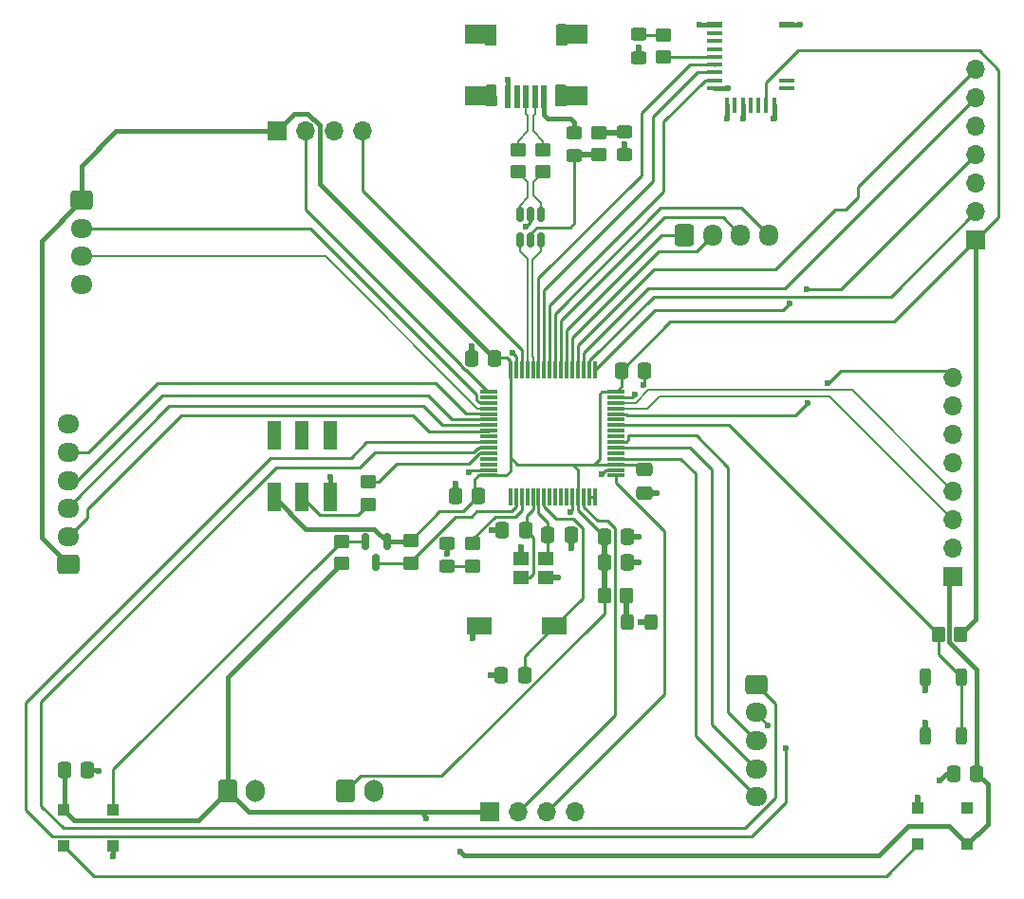
<source format=gbr>
%TF.GenerationSoftware,KiCad,Pcbnew,9.0.0*%
%TF.CreationDate,2025-05-06T13:44:15-06:00*%
%TF.ProjectId,2025_04_STM32F103_RobotBrain,32303235-5f30-4345-9f53-544d33324631,rev?*%
%TF.SameCoordinates,Original*%
%TF.FileFunction,Copper,L1,Top*%
%TF.FilePolarity,Positive*%
%FSLAX46Y46*%
G04 Gerber Fmt 4.6, Leading zero omitted, Abs format (unit mm)*
G04 Created by KiCad (PCBNEW 9.0.0) date 2025-05-06 13:44:15*
%MOMM*%
%LPD*%
G01*
G04 APERTURE LIST*
G04 Aperture macros list*
%AMRoundRect*
0 Rectangle with rounded corners*
0 $1 Rounding radius*
0 $2 $3 $4 $5 $6 $7 $8 $9 X,Y pos of 4 corners*
0 Add a 4 corners polygon primitive as box body*
4,1,4,$2,$3,$4,$5,$6,$7,$8,$9,$2,$3,0*
0 Add four circle primitives for the rounded corners*
1,1,$1+$1,$2,$3*
1,1,$1+$1,$4,$5*
1,1,$1+$1,$6,$7*
1,1,$1+$1,$8,$9*
0 Add four rect primitives between the rounded corners*
20,1,$1+$1,$2,$3,$4,$5,0*
20,1,$1+$1,$4,$5,$6,$7,0*
20,1,$1+$1,$6,$7,$8,$9,0*
20,1,$1+$1,$8,$9,$2,$3,0*%
G04 Aperture macros list end*
%TA.AperFunction,ComponentPad*%
%ADD10O,1.700000X1.700000*%
%TD*%
%TA.AperFunction,ComponentPad*%
%ADD11R,1.700000X1.700000*%
%TD*%
%TA.AperFunction,SMDPad,CuDef*%
%ADD12RoundRect,0.250000X-0.450000X0.350000X-0.450000X-0.350000X0.450000X-0.350000X0.450000X0.350000X0*%
%TD*%
%TA.AperFunction,SMDPad,CuDef*%
%ADD13RoundRect,0.075000X0.075000X-0.700000X0.075000X0.700000X-0.075000X0.700000X-0.075000X-0.700000X0*%
%TD*%
%TA.AperFunction,SMDPad,CuDef*%
%ADD14RoundRect,0.075000X0.700000X-0.075000X0.700000X0.075000X-0.700000X0.075000X-0.700000X-0.075000X0*%
%TD*%
%TA.AperFunction,SMDPad,CuDef*%
%ADD15RoundRect,0.250000X0.450000X-0.350000X0.450000X0.350000X-0.450000X0.350000X-0.450000X-0.350000X0*%
%TD*%
%TA.AperFunction,SMDPad,CuDef*%
%ADD16RoundRect,0.250000X-0.337500X-0.475000X0.337500X-0.475000X0.337500X0.475000X-0.337500X0.475000X0*%
%TD*%
%TA.AperFunction,ComponentPad*%
%ADD17RoundRect,0.250000X-0.600000X-0.750000X0.600000X-0.750000X0.600000X0.750000X-0.600000X0.750000X0*%
%TD*%
%TA.AperFunction,ComponentPad*%
%ADD18O,1.700000X2.000000*%
%TD*%
%TA.AperFunction,ComponentPad*%
%ADD19RoundRect,0.250000X-0.725000X0.600000X-0.725000X-0.600000X0.725000X-0.600000X0.725000X0.600000X0*%
%TD*%
%TA.AperFunction,ComponentPad*%
%ADD20O,1.950000X1.700000*%
%TD*%
%TA.AperFunction,SMDPad,CuDef*%
%ADD21RoundRect,0.250000X0.450000X-0.325000X0.450000X0.325000X-0.450000X0.325000X-0.450000X-0.325000X0*%
%TD*%
%TA.AperFunction,SMDPad,CuDef*%
%ADD22RoundRect,0.150000X-0.150000X0.587500X-0.150000X-0.587500X0.150000X-0.587500X0.150000X0.587500X0*%
%TD*%
%TA.AperFunction,SMDPad,CuDef*%
%ADD23RoundRect,0.250000X-0.450000X0.325000X-0.450000X-0.325000X0.450000X-0.325000X0.450000X0.325000X0*%
%TD*%
%TA.AperFunction,SMDPad,CuDef*%
%ADD24RoundRect,0.250000X-0.350000X-0.450000X0.350000X-0.450000X0.350000X0.450000X-0.350000X0.450000X0*%
%TD*%
%TA.AperFunction,SMDPad,CuDef*%
%ADD25R,1.000000X1.000000*%
%TD*%
%TA.AperFunction,SMDPad,CuDef*%
%ADD26RoundRect,0.250000X0.337500X0.475000X-0.337500X0.475000X-0.337500X-0.475000X0.337500X-0.475000X0*%
%TD*%
%TA.AperFunction,SMDPad,CuDef*%
%ADD27RoundRect,0.250000X0.350000X0.450000X-0.350000X0.450000X-0.350000X-0.450000X0.350000X-0.450000X0*%
%TD*%
%TA.AperFunction,SMDPad,CuDef*%
%ADD28R,1.400000X0.600000*%
%TD*%
%TA.AperFunction,SMDPad,CuDef*%
%ADD29R,1.400000X0.400000*%
%TD*%
%TA.AperFunction,SMDPad,CuDef*%
%ADD30R,0.400000X1.400000*%
%TD*%
%TA.AperFunction,SMDPad,CuDef*%
%ADD31RoundRect,0.250000X-0.475000X0.337500X-0.475000X-0.337500X0.475000X-0.337500X0.475000X0.337500X0*%
%TD*%
%TA.AperFunction,SMDPad,CuDef*%
%ADD32RoundRect,0.150000X-0.150000X0.512500X-0.150000X-0.512500X0.150000X-0.512500X0.150000X0.512500X0*%
%TD*%
%TA.AperFunction,ComponentPad*%
%ADD33O,1.700000X1.950000*%
%TD*%
%TA.AperFunction,ComponentPad*%
%ADD34RoundRect,0.250000X-0.600000X-0.725000X0.600000X-0.725000X0.600000X0.725000X-0.600000X0.725000X0*%
%TD*%
%TA.AperFunction,SMDPad,CuDef*%
%ADD35R,1.400000X1.200000*%
%TD*%
%TA.AperFunction,SMDPad,CuDef*%
%ADD36R,2.300000X1.500000*%
%TD*%
%TA.AperFunction,SMDPad,CuDef*%
%ADD37RoundRect,0.250000X0.325000X0.450000X-0.325000X0.450000X-0.325000X-0.450000X0.325000X-0.450000X0*%
%TD*%
%TA.AperFunction,ComponentPad*%
%ADD38RoundRect,0.250000X0.725000X-0.600000X0.725000X0.600000X-0.725000X0.600000X-0.725000X-0.600000X0*%
%TD*%
%TA.AperFunction,SMDPad,CuDef*%
%ADD39RoundRect,0.250000X-0.250000X0.525000X-0.250000X-0.525000X0.250000X-0.525000X0.250000X0.525000X0*%
%TD*%
%TA.AperFunction,SMDPad,CuDef*%
%ADD40R,1.200000X2.500000*%
%TD*%
%TA.AperFunction,SMDPad,CuDef*%
%ADD41R,0.500000X2.000000*%
%TD*%
%TA.AperFunction,SMDPad,CuDef*%
%ADD42R,2.000000X1.700000*%
%TD*%
%TA.AperFunction,ViaPad*%
%ADD43C,0.600000*%
%TD*%
%TA.AperFunction,Conductor*%
%ADD44C,0.381000*%
%TD*%
%TA.AperFunction,Conductor*%
%ADD45C,0.254000*%
%TD*%
%TA.AperFunction,Conductor*%
%ADD46C,0.200000*%
%TD*%
%TA.AperFunction,Conductor*%
%ADD47C,0.508000*%
%TD*%
G04 APERTURE END LIST*
D10*
%TO.P,J4,4,Pin_4*%
%TO.N,/SWDIO*%
X123780000Y-40040000D03*
%TO.P,J4,3,Pin_3*%
%TO.N,GND*%
X121240000Y-40040000D03*
%TO.P,J4,2,Pin_2*%
%TO.N,/SWCLK*%
X118700000Y-40040000D03*
D11*
%TO.P,J4,1,Pin_1*%
%TO.N,+3V3*%
X116160000Y-40040000D03*
%TD*%
D12*
%TO.P,R2,1*%
%TO.N,/D+*%
X137680000Y-41715000D03*
%TO.P,R2,2*%
%TO.N,/USB_CONN_D+*%
X137680000Y-43715000D03*
%TD*%
D13*
%TO.P,U1,1,VBAT*%
%TO.N,unconnected-(U1-VBAT-Pad1)*%
X136990000Y-72760000D03*
%TO.P,U1,2,PC13*%
%TO.N,/RGB_DIN*%
X137490000Y-72760000D03*
%TO.P,U1,3,PC14*%
%TO.N,/USER_LED*%
X137990000Y-72760000D03*
%TO.P,U1,4,PC15*%
%TO.N,unconnected-(U1-PC15-Pad4)*%
X138490000Y-72760000D03*
%TO.P,U1,5,RCC_OSC_IN*%
%TO.N,/OSC_IN*%
X138990000Y-72760000D03*
%TO.P,U1,6,RCC_OSC_OUT*%
%TO.N,/OSC_OUT*%
X139490000Y-72760000D03*
%TO.P,U1,7,NRST*%
%TO.N,/RESET*%
X139990000Y-72760000D03*
%TO.P,U1,8,PC0*%
%TO.N,unconnected-(U1-PC0-Pad8)*%
X140490000Y-72760000D03*
%TO.P,U1,9,PC1*%
%TO.N,unconnected-(U1-PC1-Pad9)*%
X140990000Y-72760000D03*
%TO.P,U1,10,PC2*%
%TO.N,unconnected-(U1-PC2-Pad10)*%
X141490000Y-72760000D03*
%TO.P,U1,11,PC3*%
%TO.N,unconnected-(U1-PC3-Pad11)*%
X141990000Y-72760000D03*
%TO.P,U1,12,VSSA*%
%TO.N,GND*%
X142490000Y-72760000D03*
%TO.P,U1,13,VDDA*%
%TO.N,+3V3*%
X142990000Y-72760000D03*
%TO.P,U1,14,PA0*%
%TO.N,/ULTRA_TRIG*%
X143490000Y-72760000D03*
%TO.P,U1,15,PA1*%
%TO.N,Net-(U1-PA1)*%
X143990000Y-72760000D03*
%TO.P,U1,16,PA2*%
X144490000Y-72760000D03*
D14*
%TO.P,U1,17,PA3*%
%TO.N,/ULTRA_ECHO*%
X146415000Y-70835000D03*
%TO.P,U1,18,VSS*%
%TO.N,GND*%
X146415000Y-70335000D03*
%TO.P,U1,19,VDD*%
%TO.N,+3V3*%
X146415000Y-69835000D03*
%TO.P,U1,20,PA4*%
%TO.N,/PWR_ADC*%
X146415000Y-69335000D03*
%TO.P,U1,21,PA5*%
%TO.N,unconnected-(U1-PA5-Pad21)*%
X146415000Y-68835000D03*
%TO.P,U1,22,PA6*%
%TO.N,/E1B*%
X146415000Y-68335000D03*
%TO.P,U1,23,PA7*%
%TO.N,/E1A*%
X146415000Y-67835000D03*
%TO.P,U1,24,PC4*%
%TO.N,unconnected-(U1-PC4-Pad24)*%
X146415000Y-67335000D03*
%TO.P,U1,25,PC5*%
%TO.N,unconnected-(U1-PC5-Pad25)*%
X146415000Y-66835000D03*
%TO.P,U1,26,PB0*%
%TO.N,/uBUTTON*%
X146415000Y-66335000D03*
%TO.P,U1,27,PB1*%
%TO.N,unconnected-(U1-PB1-Pad27)*%
X146415000Y-65835000D03*
%TO.P,U1,28,PB2*%
%TO.N,/IMU_INT*%
X146415000Y-65335000D03*
%TO.P,U1,29,PB10*%
%TO.N,/IMU_I2C_SCL*%
X146415000Y-64835000D03*
%TO.P,U1,30,PB11*%
%TO.N,/IMU_I2C_SDA*%
X146415000Y-64335000D03*
%TO.P,U1,31,VSS*%
%TO.N,GND*%
X146415000Y-63835000D03*
%TO.P,U1,32,VDD*%
%TO.N,+3V3*%
X146415000Y-63335000D03*
D13*
%TO.P,U1,33,PB12*%
%TO.N,/PS2_CS*%
X144490000Y-61410000D03*
%TO.P,U1,34,PB13*%
%TO.N,/PS2_SCK*%
X143990000Y-61410000D03*
%TO.P,U1,35,PB14*%
%TO.N,/PS2_MISO*%
X143490000Y-61410000D03*
%TO.P,U1,36,PB15*%
%TO.N,/PS2_MOSI*%
X142990000Y-61410000D03*
%TO.P,U1,37,PC6*%
%TO.N,/AN1*%
X142490000Y-61410000D03*
%TO.P,U1,38,PC7*%
%TO.N,/AN2*%
X141990000Y-61410000D03*
%TO.P,U1,39,PC8*%
%TO.N,/BN2*%
X141490000Y-61410000D03*
%TO.P,U1,40,PC9*%
%TO.N,/BN1*%
X140990000Y-61410000D03*
%TO.P,U1,41,PA8*%
%TO.N,/BL_RX*%
X140490000Y-61410000D03*
%TO.P,U1,42,PA9*%
%TO.N,/BL_TX*%
X139990000Y-61410000D03*
%TO.P,U1,43,PA10*%
%TO.N,/BL_WAKEUP*%
X139490000Y-61410000D03*
%TO.P,U1,44,USB_DM*%
%TO.N,/USB_D-*%
X138990000Y-61410000D03*
%TO.P,U1,45,USB_DP*%
%TO.N,/USB_D+*%
X138490000Y-61410000D03*
%TO.P,U1,46,SYS_JTMS-SWDIO*%
%TO.N,/SWDIO*%
X137990000Y-61410000D03*
%TO.P,U1,47,VSS*%
%TO.N,GND*%
X137490000Y-61410000D03*
%TO.P,U1,48,VDD*%
%TO.N,+3V3*%
X136990000Y-61410000D03*
D14*
%TO.P,U1,49,SYS_JTCK-SWCLK*%
%TO.N,/SWCLK*%
X135065000Y-63335000D03*
%TO.P,U1,50,PA15*%
%TO.N,unconnected-(U1-PA15-Pad50)*%
X135065000Y-63835000D03*
%TO.P,U1,51,PC10*%
%TO.N,/USER_TX*%
X135065000Y-64335000D03*
%TO.P,U1,52,PC11*%
%TO.N,/USER_RX*%
X135065000Y-64835000D03*
%TO.P,U1,53,PC12*%
%TO.N,/X4*%
X135065000Y-65335000D03*
%TO.P,U1,54,PD2*%
%TO.N,/X3*%
X135065000Y-65835000D03*
%TO.P,U1,55,PB3*%
%TO.N,/X2*%
X135065000Y-66335000D03*
%TO.P,U1,56,PB4*%
%TO.N,/X1*%
X135065000Y-66835000D03*
%TO.P,U1,57,PB5*%
%TO.N,unconnected-(U1-PB5-Pad57)*%
X135065000Y-67335000D03*
%TO.P,U1,58,PB6*%
%TO.N,/E2B*%
X135065000Y-67835000D03*
%TO.P,U1,59,PB7*%
%TO.N,/E2A*%
X135065000Y-68335000D03*
%TO.P,U1,60,BOOT0*%
%TO.N,/BOOT*%
X135065000Y-68835000D03*
%TO.P,U1,61,PB8*%
%TO.N,unconnected-(U1-PB8-Pad61)*%
X135065000Y-69335000D03*
%TO.P,U1,62,PB9*%
%TO.N,unconnected-(U1-PB9-Pad62)*%
X135065000Y-69835000D03*
%TO.P,U1,63,VSS*%
%TO.N,GND*%
X135065000Y-70335000D03*
%TO.P,U1,64,VDD*%
%TO.N,+3V3*%
X135065000Y-70835000D03*
%TD*%
D15*
%TO.P,R9,1*%
%TO.N,+5V*%
X121900000Y-78700000D03*
%TO.P,R9,2*%
%TO.N,Net-(LED1-DIN)*%
X121900000Y-76700000D03*
%TD*%
%TO.P,R3,1*%
%TO.N,/USB_CONN_D-*%
X139860000Y-43735000D03*
%TO.P,R3,2*%
%TO.N,/D-*%
X139860000Y-41735000D03*
%TD*%
D16*
%TO.P,C12,1*%
%TO.N,+5V*%
X97200000Y-97150000D03*
%TO.P,C12,2*%
%TO.N,GND*%
X99275000Y-97150000D03*
%TD*%
D17*
%TO.P,J6,1,Pin_1*%
%TO.N,+3V3*%
X122300000Y-99000000D03*
D18*
%TO.P,J6,2,Pin_2*%
%TO.N,GND*%
X124800000Y-99000000D03*
%TD*%
D11*
%TO.P,J9,1,Pin_1*%
%TO.N,+3V3*%
X178500000Y-49800000D03*
D10*
%TO.P,J9,2,Pin_2*%
%TO.N,/PS2_SCK*%
X178500000Y-47260000D03*
%TO.P,J9,3,Pin_3*%
%TO.N,unconnected-(J9-Pin_3-Pad3)*%
X178500000Y-44720000D03*
%TO.P,J9,4,Pin_4*%
%TO.N,/PS2_CS*%
X178500000Y-42180000D03*
%TO.P,J9,5,Pin_5*%
%TO.N,GND*%
X178500000Y-39640000D03*
%TO.P,J9,6,Pin_6*%
%TO.N,/PS2_MISO*%
X178500000Y-37100000D03*
%TO.P,J9,7,Pin_7*%
%TO.N,/PS2_MOSI*%
X178500000Y-34560000D03*
%TD*%
D19*
%TO.P,J8,1,Pin_1*%
%TO.N,/E2A*%
X158900000Y-89500000D03*
D20*
%TO.P,J8,2,Pin_2*%
%TO.N,/E2B*%
X158900000Y-92000000D03*
%TO.P,J8,3,Pin_3*%
%TO.N,/E1A*%
X158900000Y-94500000D03*
%TO.P,J8,4,Pin_4*%
%TO.N,/E1B*%
X158900000Y-97000000D03*
%TO.P,J8,5,Pin_5*%
%TO.N,/PWR_ADC*%
X158900000Y-99500000D03*
%TD*%
D11*
%TO.P,J2,1,Pin_1*%
%TO.N,+5V*%
X176465000Y-79835000D03*
D10*
%TO.P,J2,2,Pin_2*%
%TO.N,GND*%
X176465000Y-77295000D03*
%TO.P,J2,3,Pin_3*%
%TO.N,/IMU_I2C_SCL*%
X176465000Y-74755000D03*
%TO.P,J2,4,Pin_4*%
%TO.N,/IMU_I2C_SDA*%
X176465000Y-72215000D03*
%TO.P,J2,5,Pin_5*%
%TO.N,unconnected-(J2-Pin_5-Pad5)*%
X176465000Y-69675000D03*
%TO.P,J2,6,Pin_6*%
%TO.N,unconnected-(J2-Pin_6-Pad6)*%
X176465000Y-67135000D03*
%TO.P,J2,7,Pin_7*%
%TO.N,unconnected-(J2-Pin_7-Pad7)*%
X176465000Y-64595000D03*
%TO.P,J2,8,Pin_8*%
%TO.N,/IMU_INT*%
X176465000Y-62055000D03*
%TD*%
D21*
%TO.P,D4,1,K*%
%TO.N,GND*%
X148410000Y-33500000D03*
%TO.P,D4,2,A*%
%TO.N,Net-(D4-A)*%
X148410000Y-31450000D03*
%TD*%
D22*
%TO.P,Q1,1,G*%
%TO.N,+3V3*%
X125950000Y-76725000D03*
%TO.P,Q1,2,S*%
%TO.N,Net-(LED1-DIN)*%
X124050000Y-76725000D03*
%TO.P,Q1,3,D*%
%TO.N,/RGB_DIN*%
X125000000Y-78600000D03*
%TD*%
D23*
%TO.P,D3,1,K*%
%TO.N,GND*%
X131330000Y-76860000D03*
%TO.P,D3,2,A*%
%TO.N,Net-(D3-A)*%
X131330000Y-78910000D03*
%TD*%
D24*
%TO.P,R5,1*%
%TO.N,+3V3*%
X145347500Y-81570000D03*
%TO.P,R5,2*%
%TO.N,Net-(D2-A)*%
X147347500Y-81570000D03*
%TD*%
D25*
%TO.P,LED1,1,VDD*%
%TO.N,+5V*%
X97150000Y-100700000D03*
%TO.P,LED1,2,DOUT*%
%TO.N,Net-(LED1-DOUT)*%
X97150000Y-103900000D03*
%TO.P,LED1,3,VSS*%
%TO.N,GND*%
X101550000Y-103900000D03*
%TO.P,LED1,4,DIN*%
%TO.N,Net-(LED1-DIN)*%
X101550000Y-100700000D03*
%TD*%
D23*
%TO.P,F1,1*%
%TO.N,Net-(J1-VBUS)*%
X142670000Y-40210000D03*
%TO.P,F1,2*%
%TO.N,Vusb*%
X142670000Y-42260000D03*
%TD*%
D26*
%TO.P,C9,1*%
%TO.N,/OSC_IN*%
X138337500Y-75730000D03*
%TO.P,C9,2*%
%TO.N,GND*%
X136262500Y-75730000D03*
%TD*%
D15*
%TO.P,R10,1*%
%TO.N,/RGB_DIN*%
X128100000Y-78632500D03*
%TO.P,R10,2*%
%TO.N,+3V3*%
X128100000Y-76632500D03*
%TD*%
D27*
%TO.P,R8,1*%
%TO.N,+3V3*%
X177150000Y-85000000D03*
%TO.P,R8,2*%
%TO.N,/uBUTTON*%
X175150000Y-85000000D03*
%TD*%
D19*
%TO.P,J11,1,Pin_1*%
%TO.N,+3V3*%
X98720000Y-46270000D03*
D20*
%TO.P,J11,2,Pin_2*%
%TO.N,/USER_TX*%
X98720000Y-48770000D03*
%TO.P,J11,3,Pin_3*%
%TO.N,/USER_RX*%
X98720000Y-51270000D03*
%TO.P,J11,4,Pin_4*%
%TO.N,GND*%
X98720000Y-53770000D03*
%TD*%
D28*
%TO.P,MDBT42T-AT1,1,GND@1*%
%TO.N,GND*%
X155200000Y-30540000D03*
D29*
%TO.P,MDBT42T-AT1,2,NC@2*%
%TO.N,unconnected-(MDBT42T-AT1-NC@2-Pad2)*%
X155200000Y-31340000D03*
%TO.P,MDBT42T-AT1,3,NC@3*%
%TO.N,unconnected-(MDBT42T-AT1-NC@3-Pad3)*%
X155200000Y-32040000D03*
%TO.P,MDBT42T-AT1,4,RESET*%
%TO.N,unconnected-(MDBT42T-AT1-RESET-Pad4)*%
X155200000Y-32740000D03*
%TO.P,MDBT42T-AT1,5,INDICATOR*%
%TO.N,Net-(MDBT42T-AT1-INDICATOR)*%
X155200000Y-33440000D03*
%TO.P,MDBT42T-AT1,6,WAKEUP*%
%TO.N,/BL_WAKEUP*%
X155200000Y-34140000D03*
%TO.P,MDBT42T-AT1,7,TX*%
%TO.N,/BL_TX*%
X155200000Y-34840000D03*
%TO.P,MDBT42T-AT1,8,RX*%
%TO.N,/BL_RX*%
X155200000Y-35540000D03*
%TO.P,MDBT42T-AT1,9,UART_PD*%
%TO.N,GND*%
X155200000Y-36240000D03*
D30*
%TO.P,MDBT42T-AT1,10,GND@10*%
X156300000Y-37740000D03*
%TO.P,MDBT42T-AT1,11,ADC*%
%TO.N,unconnected-(MDBT42T-AT1-ADC-Pad11)*%
X157000000Y-37740000D03*
%TO.P,MDBT42T-AT1,12,FLASH_DEFAULT*%
%TO.N,GND*%
X157700000Y-37740000D03*
%TO.P,MDBT42T-AT1,13,RTS/XL2*%
%TO.N,unconnected-(MDBT42T-AT1-RTS{slash}XL2-Pad13)*%
X158400000Y-37740000D03*
%TO.P,MDBT42T-AT1,14,CTS/XL1*%
%TO.N,unconnected-(MDBT42T-AT1-CTS{slash}XL1-Pad14)*%
X159100000Y-37740000D03*
%TO.P,MDBT42T-AT1,15,VDD*%
%TO.N,+3V3*%
X159800000Y-37740000D03*
%TO.P,MDBT42T-AT1,16,GND@16*%
%TO.N,GND*%
X160500000Y-37740000D03*
D29*
%TO.P,MDBT42T-AT1,17,DCC*%
%TO.N,unconnected-(MDBT42T-AT1-DCC-Pad17)*%
X161600000Y-36240000D03*
%TO.P,MDBT42T-AT1,18,DEC4*%
%TO.N,unconnected-(MDBT42T-AT1-DEC4-Pad18)*%
X161600000Y-35540000D03*
D28*
%TO.P,MDBT42T-AT1,19,GND@19*%
%TO.N,GND*%
X161600000Y-30540000D03*
%TD*%
D26*
%TO.P,C2,1*%
%TO.N,+3V3*%
X135577500Y-60340000D03*
%TO.P,C2,2*%
%TO.N,GND*%
X133502500Y-60340000D03*
%TD*%
D12*
%TO.P,R6,1*%
%TO.N,/USER_LED*%
X133600000Y-76885000D03*
%TO.P,R6,2*%
%TO.N,Net-(D3-A)*%
X133600000Y-78885000D03*
%TD*%
D15*
%TO.P,R7,1*%
%TO.N,Net-(MDBT42T-AT1-INDICATOR)*%
X150640000Y-33475000D03*
%TO.P,R7,2*%
%TO.N,Net-(D4-A)*%
X150640000Y-31475000D03*
%TD*%
D31*
%TO.P,C4,1*%
%TO.N,+3V3*%
X148960000Y-70302500D03*
%TO.P,C4,2*%
%TO.N,GND*%
X148960000Y-72377500D03*
%TD*%
D32*
%TO.P,U2,1,I/O1*%
%TO.N,/USB_CONN_D-*%
X139730000Y-47510000D03*
%TO.P,U2,2,GND*%
%TO.N,GND*%
X138780000Y-47510000D03*
%TO.P,U2,3,I/O2*%
%TO.N,/USB_CONN_D+*%
X137830000Y-47510000D03*
%TO.P,U2,4,I/O2*%
%TO.N,/USB_D+*%
X137830000Y-49785000D03*
%TO.P,U2,5,VBUS*%
%TO.N,Vusb*%
X138780000Y-49785000D03*
%TO.P,U2,6,I/O1*%
%TO.N,/USB_D-*%
X139730000Y-49785000D03*
%TD*%
D16*
%TO.P,C5,1*%
%TO.N,+3V3*%
X145352500Y-76290000D03*
%TO.P,C5,2*%
%TO.N,GND*%
X147427500Y-76290000D03*
%TD*%
D11*
%TO.P,J3,1,Pin_1*%
%TO.N,+5V*%
X135110000Y-100850000D03*
D10*
%TO.P,J3,2,Pin_2*%
%TO.N,/ULTRA_TRIG*%
X137650000Y-100850000D03*
%TO.P,J3,3,Pin_3*%
%TO.N,/ULTRA_ECHO*%
X140190000Y-100850000D03*
%TO.P,J3,4,Pin_4*%
%TO.N,GND*%
X142730000Y-100850000D03*
%TD*%
D33*
%TO.P,J7,4,Pin_4*%
%TO.N,/BN1*%
X160010000Y-49370000D03*
%TO.P,J7,3,Pin_3*%
%TO.N,/BN2*%
X157510000Y-49370000D03*
%TO.P,J7,2,Pin_2*%
%TO.N,/AN1*%
X155010000Y-49370000D03*
D34*
%TO.P,J7,1,Pin_1*%
%TO.N,/AN2*%
X152510000Y-49370000D03*
%TD*%
D35*
%TO.P,Y2,1,1*%
%TO.N,/OSC_IN*%
X137952500Y-79920000D03*
%TO.P,Y2,2,2*%
%TO.N,GND*%
X140152500Y-79920000D03*
%TO.P,Y2,3,3*%
%TO.N,/OSC_OUT*%
X140152500Y-78220000D03*
%TO.P,Y2,4,4*%
%TO.N,GND*%
X137952500Y-78220000D03*
%TD*%
D36*
%TO.P,SW1,1,A*%
%TO.N,GND*%
X134220000Y-84280000D03*
%TO.P,SW1,2,B*%
%TO.N,/RESET*%
X140920000Y-84280000D03*
%TD*%
D16*
%TO.P,C6,1*%
%TO.N,+3V3*%
X145352500Y-78580000D03*
%TO.P,C6,2*%
%TO.N,GND*%
X147427500Y-78580000D03*
%TD*%
D17*
%TO.P,J5,1,Pin_1*%
%TO.N,+5V*%
X111750000Y-98975000D03*
D18*
%TO.P,J5,2,Pin_2*%
%TO.N,GND*%
X114250000Y-98975000D03*
%TD*%
D37*
%TO.P,D2,1,K*%
%TO.N,GND*%
X149492500Y-83950000D03*
%TO.P,D2,2,A*%
%TO.N,Net-(D2-A)*%
X147442500Y-83950000D03*
%TD*%
D26*
%TO.P,C1,1*%
%TO.N,+3V3*%
X134137500Y-72690000D03*
%TO.P,C1,2*%
%TO.N,GND*%
X132062500Y-72690000D03*
%TD*%
D25*
%TO.P,LED2,1,VDD*%
%TO.N,+5V*%
X177760000Y-103740000D03*
%TO.P,LED2,2,DOUT*%
%TO.N,unconnected-(LED2-DOUT-Pad2)*%
X177760000Y-100540000D03*
%TO.P,LED2,3,VSS*%
%TO.N,GND*%
X173360000Y-100540000D03*
%TO.P,LED2,4,DIN*%
%TO.N,Net-(LED1-DOUT)*%
X173360000Y-103740000D03*
%TD*%
D16*
%TO.P,C8,1*%
%TO.N,/OSC_OUT*%
X140312500Y-76140000D03*
%TO.P,C8,2*%
%TO.N,GND*%
X142387500Y-76140000D03*
%TD*%
D12*
%TO.P,R1,1*%
%TO.N,/BOOT*%
X124300000Y-71400000D03*
%TO.P,R1,2*%
%TO.N,Net-(R1-Pad2)*%
X124300000Y-73400000D03*
%TD*%
D38*
%TO.P,J10,1,Pin_1*%
%TO.N,+3V3*%
X97510000Y-78760000D03*
D20*
%TO.P,J10,2,Pin_2*%
%TO.N,/X1*%
X97510000Y-76260000D03*
%TO.P,J10,3,Pin_3*%
%TO.N,/X2*%
X97510000Y-73760000D03*
%TO.P,J10,4,Pin_4*%
%TO.N,/X3*%
X97510000Y-71260000D03*
%TO.P,J10,5,Pin_5*%
%TO.N,/X4*%
X97510000Y-68760000D03*
%TO.P,J10,6,Pin_6*%
%TO.N,GND*%
X97510000Y-66260000D03*
%TD*%
D16*
%TO.P,C3,1*%
%TO.N,+3V3*%
X146862500Y-61450000D03*
%TO.P,C3,2*%
%TO.N,GND*%
X148937500Y-61450000D03*
%TD*%
D39*
%TO.P,SW2,1,A*%
%TO.N,/uBUTTON*%
X177200000Y-88835000D03*
X177200000Y-94085000D03*
%TO.P,SW2,2,B*%
%TO.N,GND*%
X174000000Y-88835000D03*
X174000000Y-94085000D03*
%TD*%
D21*
%TO.P,D1,1,K*%
%TO.N,GND*%
X147160000Y-42210000D03*
%TO.P,D1,2,A*%
%TO.N,Net-(D1-A)*%
X147160000Y-40160000D03*
%TD*%
D40*
%TO.P,S1,1*%
%TO.N,+3V3*%
X115900000Y-72750000D03*
%TO.P,S1,2*%
%TO.N,Net-(R1-Pad2)*%
X118400000Y-72750000D03*
%TO.P,S1,3*%
%TO.N,GND*%
X120900000Y-72750000D03*
%TO.P,S1,4*%
%TO.N,unconnected-(S1-Pad4)*%
X115900000Y-67250000D03*
%TO.P,S1,5*%
%TO.N,unconnected-(S1-Pad5)*%
X118400000Y-67250000D03*
%TO.P,S1,6*%
%TO.N,unconnected-(S1-Pad6)*%
X120900000Y-67250000D03*
%TD*%
D26*
%TO.P,C11,1*%
%TO.N,+5V*%
X178587500Y-97450000D03*
%TO.P,C11,2*%
%TO.N,GND*%
X176512500Y-97450000D03*
%TD*%
D41*
%TO.P,J1,1,VBUS*%
%TO.N,Net-(J1-VBUS)*%
X139980000Y-37000000D03*
%TO.P,J1,2,D-*%
%TO.N,/D-*%
X139180000Y-37000000D03*
%TO.P,J1,3,D+*%
%TO.N,/D+*%
X138380000Y-37000000D03*
%TO.P,J1,4,ID*%
%TO.N,unconnected-(J1-ID-Pad4)*%
X137580000Y-37000000D03*
%TO.P,J1,5,GND*%
%TO.N,GND*%
X136780000Y-37000000D03*
D42*
%TO.P,J1,6,Shield*%
X142830000Y-36900000D03*
X142830000Y-31450000D03*
X133930000Y-36900000D03*
X133930000Y-31450000D03*
%TD*%
D26*
%TO.P,C7,1*%
%TO.N,/RESET*%
X138247500Y-88630000D03*
%TO.P,C7,2*%
%TO.N,GND*%
X136172500Y-88630000D03*
%TD*%
D15*
%TO.P,R4,1*%
%TO.N,Vusb*%
X144880000Y-42215000D03*
%TO.P,R4,2*%
%TO.N,Net-(D1-A)*%
X144880000Y-40215000D03*
%TD*%
D43*
%TO.N,/PS2_CS*%
X163450000Y-54223000D03*
X161850000Y-55500000D03*
%TO.N,GND*%
X135300000Y-31060000D03*
X135310000Y-31970000D03*
X148850000Y-62750000D03*
X138320000Y-48630000D03*
X136780000Y-35480000D03*
X137200000Y-59890000D03*
X135310000Y-36460000D03*
X148430000Y-76280000D03*
X133260000Y-70570000D03*
X160490000Y-38990000D03*
X156300000Y-38970000D03*
X135310000Y-75730000D03*
X141240000Y-79920000D03*
X142300000Y-74080000D03*
X162820000Y-30550000D03*
X150070000Y-72380000D03*
X174000000Y-92900000D03*
X132070000Y-71580000D03*
X133640000Y-85390000D03*
X141410000Y-36420000D03*
X145110000Y-70690000D03*
X120900000Y-71000000D03*
X173350000Y-99580000D03*
X153880000Y-30560000D03*
X100250000Y-97200000D03*
X148580000Y-83950000D03*
X135220000Y-88640000D03*
X141420000Y-37150000D03*
X141430000Y-31900000D03*
X141430000Y-31090000D03*
X157700000Y-38950000D03*
X148460000Y-78570000D03*
X137960000Y-77270000D03*
X148070000Y-63560000D03*
X148400000Y-32585000D03*
X156420000Y-36240000D03*
X133510000Y-59260000D03*
X142390000Y-77290000D03*
X173990000Y-90010000D03*
X135310000Y-37250000D03*
X175250000Y-98050000D03*
X131350000Y-77800000D03*
X147170000Y-41280000D03*
X101550000Y-104850000D03*
%TO.N,+5V*%
X129500000Y-101483000D03*
X132529000Y-104421000D03*
%TO.N,/IMU_INT*%
X165304000Y-62573000D03*
X163500000Y-64327000D03*
%TO.N,/E2B*%
X159973000Y-93150000D03*
X161550000Y-95200000D03*
%TD*%
D44*
%TO.N,+3V3*%
X119998500Y-44761000D02*
X135577500Y-60340000D01*
X118915747Y-38500000D02*
X119998500Y-39582753D01*
X117700000Y-38500000D02*
X118915747Y-38500000D01*
X116160000Y-40040000D02*
X117700000Y-38500000D01*
X119998500Y-39582753D02*
X119998500Y-44761000D01*
D45*
%TO.N,/E1B*%
X152985000Y-68335000D02*
X146415000Y-68335000D01*
X154950000Y-93050000D02*
X154950000Y-70300000D01*
X158900000Y-97000000D02*
X154950000Y-93050000D01*
X154950000Y-70300000D02*
X152985000Y-68335000D01*
%TO.N,/PWR_ADC*%
X152185000Y-69335000D02*
X146415000Y-69335000D01*
X153500000Y-70650000D02*
X152185000Y-69335000D01*
X153500000Y-94100000D02*
X153500000Y-70650000D01*
X158900000Y-99500000D02*
X153500000Y-94100000D01*
%TO.N,/E2A*%
X135043000Y-68357000D02*
X135065000Y-68335000D01*
X134195992Y-68357000D02*
X135043000Y-68357000D01*
X134150992Y-68402000D02*
X134195992Y-68357000D01*
X134007524Y-68402000D02*
X134150992Y-68402000D01*
X133659524Y-68750000D02*
X134007524Y-68402000D01*
X124900000Y-68750000D02*
X133659524Y-68750000D01*
X123550000Y-70100000D02*
X124900000Y-68750000D01*
X95100000Y-91044000D02*
X116044000Y-70100000D01*
X157890944Y-102300000D02*
X97094000Y-102300000D01*
X160600000Y-99590944D02*
X157890944Y-102300000D01*
X97094000Y-102300000D02*
X95100000Y-100306000D01*
X160600000Y-91200000D02*
X160600000Y-99590944D01*
X116044000Y-70100000D02*
X123550000Y-70100000D01*
X158900000Y-89500000D02*
X160600000Y-91200000D01*
X95100000Y-100306000D02*
X95100000Y-91044000D01*
%TO.N,/BOOT*%
X135156000Y-68857000D02*
X135200000Y-68813000D01*
X134195992Y-68857000D02*
X135156000Y-68857000D01*
X133252992Y-69800000D02*
X134195992Y-68857000D01*
X126850000Y-69800000D02*
X133252992Y-69800000D01*
X125250000Y-71400000D02*
X126850000Y-69800000D01*
X124300000Y-71400000D02*
X125250000Y-71400000D01*
%TO.N,/E2B*%
X124165000Y-67835000D02*
X135065000Y-67835000D01*
X122750000Y-69250000D02*
X124165000Y-67835000D01*
X135043000Y-67813000D02*
X135065000Y-67835000D01*
X93750000Y-91100000D02*
X115600000Y-69250000D01*
X93750000Y-100700000D02*
X93750000Y-91100000D01*
X96100000Y-103050000D02*
X93750000Y-100700000D01*
X161550000Y-100000000D02*
X158500000Y-103050000D01*
X161550000Y-95200000D02*
X161550000Y-100000000D01*
X158500000Y-103050000D02*
X96100000Y-103050000D01*
X115600000Y-69250000D02*
X122750000Y-69250000D01*
%TO.N,/X1*%
X134152992Y-66900000D02*
X134195992Y-66857000D01*
X134195992Y-66857000D02*
X135043000Y-66857000D01*
X129750000Y-66900000D02*
X134152992Y-66900000D01*
X107600000Y-65450000D02*
X128300000Y-65450000D01*
X99200000Y-73850000D02*
X107600000Y-65450000D01*
X99200000Y-74570000D02*
X99200000Y-73850000D01*
X97510000Y-76260000D02*
X99200000Y-74570000D01*
X128300000Y-65450000D02*
X129750000Y-66900000D01*
X135043000Y-66857000D02*
X135065000Y-66835000D01*
%TO.N,/X2*%
X130885000Y-66335000D02*
X135065000Y-66335000D01*
X129200000Y-64650000D02*
X130885000Y-66335000D01*
X106500000Y-64650000D02*
X129200000Y-64650000D01*
X97510000Y-73640000D02*
X106500000Y-64650000D01*
X97510000Y-73760000D02*
X97510000Y-73640000D01*
%TO.N,/X3*%
X98290000Y-71260000D02*
X105901748Y-63648252D01*
X129598252Y-63648252D02*
X131785000Y-65835000D01*
X131785000Y-65835000D02*
X135065000Y-65835000D01*
X97510000Y-71260000D02*
X98290000Y-71260000D01*
X105901748Y-63648252D02*
X129598252Y-63648252D01*
%TO.N,/X4*%
X135043000Y-65313000D02*
X135065000Y-65335000D01*
X99340000Y-68760000D02*
X105500000Y-62600000D01*
X130300000Y-62600000D02*
X133013000Y-65313000D01*
X133013000Y-65313000D02*
X135043000Y-65313000D01*
X97510000Y-68760000D02*
X99340000Y-68760000D01*
X105500000Y-62600000D02*
X130300000Y-62600000D01*
%TO.N,/USER_TX*%
X134195992Y-64313000D02*
X134963000Y-64313000D01*
X134985000Y-64335000D02*
X135065000Y-64335000D01*
X133962000Y-64079008D02*
X134195992Y-64313000D01*
X133962000Y-63590992D02*
X133962000Y-64079008D01*
X133967992Y-63585000D02*
X133962000Y-63590992D01*
X134963000Y-64313000D02*
X134985000Y-64335000D01*
X119152992Y-48770000D02*
X133967992Y-63585000D01*
X98720000Y-48770000D02*
X119152992Y-48770000D01*
D46*
%TO.N,/USER_RX*%
X134035000Y-64835000D02*
X120470000Y-51270000D01*
X120470000Y-51270000D02*
X98720000Y-51270000D01*
X135065000Y-64835000D02*
X134035000Y-64835000D01*
D45*
%TO.N,/SWCLK*%
X132587000Y-60987000D02*
X118700000Y-47100000D01*
X132587000Y-61061342D02*
X132587000Y-60987000D01*
X134935000Y-63335000D02*
X132993000Y-61393000D01*
X132918658Y-61393000D02*
X132587000Y-61061342D01*
X135065000Y-63335000D02*
X134935000Y-63335000D01*
X132993000Y-61393000D02*
X132918658Y-61393000D01*
X118700000Y-47100000D02*
X118700000Y-40040000D01*
%TO.N,Net-(LED1-DOUT)*%
X170500000Y-106600000D02*
X173360000Y-103740000D01*
X97150000Y-103900000D02*
X99850000Y-106600000D01*
X99850000Y-106600000D02*
X170500000Y-106600000D01*
%TO.N,/PS2_MOSI*%
X160610000Y-52450000D02*
X149750000Y-52450000D01*
X166877894Y-47128001D02*
X165931999Y-47128001D01*
X165931999Y-47128001D02*
X160610000Y-52450000D01*
X149750000Y-52450000D02*
X142990000Y-59210000D01*
X167978000Y-46027895D02*
X166877894Y-47128001D01*
X178500000Y-34560000D02*
X167978000Y-45082000D01*
X167978000Y-45082000D02*
X167978000Y-46027895D01*
X142990000Y-59210000D02*
X142990000Y-61410000D01*
%TO.N,/BN2*%
X155940000Y-47800000D02*
X150700000Y-47800000D01*
X141490000Y-57010000D02*
X141490000Y-61410000D01*
X157510000Y-49370000D02*
X155940000Y-47800000D01*
X150700000Y-47800000D02*
X141490000Y-57010000D01*
%TO.N,/BN1*%
X157590000Y-46950000D02*
X150400000Y-46950000D01*
X150400000Y-46950000D02*
X140990000Y-56360000D01*
X160010000Y-49370000D02*
X157590000Y-46950000D01*
X140990000Y-56360000D02*
X140990000Y-61410000D01*
D46*
%TO.N,/IMU_I2C_SCL*%
X149165000Y-64835000D02*
X146415000Y-64835000D01*
X150274000Y-63726000D02*
X149165000Y-64835000D01*
X165436000Y-63726000D02*
X150274000Y-63726000D01*
X176465000Y-74755000D02*
X165436000Y-63726000D01*
X149015000Y-64835000D02*
X146415000Y-64835000D01*
%TO.N,/IMU_I2C_SDA*%
X148144943Y-64335000D02*
X146415000Y-64335000D01*
X149279943Y-63200000D02*
X148144943Y-64335000D01*
X167450000Y-63200000D02*
X149279943Y-63200000D01*
X176465000Y-72215000D02*
X167450000Y-63200000D01*
D45*
%TO.N,/E1A*%
X146437000Y-67813000D02*
X146415000Y-67835000D01*
X147284008Y-67813000D02*
X146437000Y-67813000D01*
X153550000Y-67250000D02*
X147518000Y-67250000D01*
X156400000Y-70100000D02*
X153550000Y-67250000D01*
X156400000Y-92000000D02*
X156400000Y-70100000D01*
X147518000Y-67250000D02*
X147518000Y-67579008D01*
X147518000Y-67579008D02*
X147284008Y-67813000D01*
X158900000Y-94500000D02*
X156400000Y-92000000D01*
%TO.N,/BL_RX*%
X150650000Y-45450000D02*
X140490000Y-55610000D01*
X154344000Y-35540000D02*
X150650000Y-39234000D01*
X140490000Y-55610000D02*
X140490000Y-61410000D01*
X155200000Y-35540000D02*
X154344000Y-35540000D01*
X150650000Y-39234000D02*
X150650000Y-45450000D01*
%TO.N,/BL_TX*%
X139990000Y-54260000D02*
X139990000Y-61410000D01*
X149700000Y-44550000D02*
X139990000Y-54260000D01*
X153660000Y-34840000D02*
X149700000Y-38800000D01*
X149700000Y-38800000D02*
X149700000Y-44550000D01*
X155200000Y-34840000D02*
X153660000Y-34840000D01*
%TO.N,/BL_WAKEUP*%
X139490000Y-53210000D02*
X139490000Y-61410000D01*
X148700000Y-44000000D02*
X139490000Y-53210000D01*
X148700000Y-38450000D02*
X148700000Y-44000000D01*
X153010000Y-34140000D02*
X148700000Y-38450000D01*
X155200000Y-34140000D02*
X153010000Y-34140000D01*
%TO.N,/IMU_INT*%
X175910000Y-61500000D02*
X176465000Y-62055000D01*
X166458000Y-61500000D02*
X175910000Y-61500000D01*
X165385000Y-62573000D02*
X166458000Y-61500000D01*
X165304000Y-62573000D02*
X165385000Y-62573000D01*
X147284008Y-65357000D02*
X146794000Y-65357000D01*
X162388000Y-65450000D02*
X147377008Y-65450000D01*
X163061000Y-64777000D02*
X162388000Y-65450000D01*
X163061000Y-64766000D02*
X163061000Y-64777000D01*
X147377008Y-65450000D02*
X147284008Y-65357000D01*
X163500000Y-64327000D02*
X163061000Y-64766000D01*
X146794000Y-65357000D02*
X146750000Y-65313000D01*
%TO.N,/PS2_CS*%
X149850000Y-56050000D02*
X144490000Y-61410000D01*
X161300000Y-56050000D02*
X149850000Y-56050000D01*
X161850000Y-55500000D02*
X161300000Y-56050000D01*
%TO.N,+3V3*%
X171200000Y-57100000D02*
X178500000Y-49800000D01*
X151212500Y-57100000D02*
X171200000Y-57100000D01*
X146862500Y-61450000D02*
X151212500Y-57100000D01*
%TO.N,/PS2_MISO*%
X149250000Y-54150000D02*
X143490000Y-59910000D01*
X161450000Y-54150000D02*
X149250000Y-54150000D01*
X143490000Y-59910000D02*
X143490000Y-61410000D01*
X178500000Y-37100000D02*
X161450000Y-54150000D01*
%TO.N,/SWDIO*%
X123780000Y-45380000D02*
X123780000Y-40040000D01*
X137990000Y-59590000D02*
X123780000Y-45380000D01*
X137990000Y-61410000D02*
X137990000Y-59590000D01*
%TO.N,/AN1*%
X142490000Y-58510000D02*
X142490000Y-61410000D01*
X153580000Y-50800000D02*
X150200000Y-50800000D01*
X155010000Y-49370000D02*
X153580000Y-50800000D01*
X150200000Y-50800000D02*
X142490000Y-58510000D01*
%TO.N,/AN2*%
X141990000Y-57860000D02*
X141990000Y-61410000D01*
X150480000Y-49370000D02*
X141990000Y-57860000D01*
X152510000Y-49370000D02*
X150480000Y-49370000D01*
D44*
%TO.N,+5V*%
X176120000Y-102100000D02*
X177760000Y-103740000D01*
X132858000Y-104750000D02*
X169850000Y-104750000D01*
X172500000Y-102100000D02*
X176120000Y-102100000D01*
X132529000Y-104421000D02*
X132858000Y-104750000D01*
X169850000Y-104750000D02*
X172500000Y-102100000D01*
D45*
%TO.N,/PS2_CS*%
X166457000Y-54223000D02*
X163450000Y-54223000D01*
X178500000Y-42180000D02*
X166457000Y-54223000D01*
%TO.N,Net-(U1-PA1)*%
X143990000Y-72760000D02*
X144490000Y-72760000D01*
%TO.N,/RESET*%
X141090992Y-74708000D02*
X139990000Y-73607008D01*
X138247500Y-86952500D02*
X140920000Y-84280000D01*
X139990000Y-73607008D02*
X139990000Y-72760000D01*
X142592342Y-74708000D02*
X141090992Y-74708000D01*
X143400000Y-75515658D02*
X142592342Y-74708000D01*
X138247500Y-88630000D02*
X138247500Y-86952500D01*
X140920000Y-84280000D02*
X143400000Y-81800000D01*
X143400000Y-81800000D02*
X143400000Y-75515658D01*
%TO.N,+3V3*%
X180550000Y-47750000D02*
X180550000Y-34650000D01*
D44*
X178500000Y-83650000D02*
X178500000Y-49800000D01*
X95150000Y-49840000D02*
X98720000Y-46270000D01*
D45*
X133780000Y-71210000D02*
X133780000Y-72332500D01*
D47*
X145352500Y-78580000D02*
X145352500Y-76290000D01*
D45*
X135647500Y-60270000D02*
X135577500Y-60340000D01*
X148492500Y-69835000D02*
X148960000Y-70302500D01*
X145347500Y-83166842D02*
X145347500Y-81570000D01*
D44*
X97510000Y-78760000D02*
X95150000Y-76400000D01*
D45*
X162684000Y-32900000D02*
X159800000Y-35784000D01*
X142990000Y-72760000D02*
X142990000Y-70305000D01*
D44*
X98720000Y-46270000D02*
X98720000Y-43180000D01*
X115900000Y-72750000D02*
X118746000Y-75596000D01*
D45*
X146862500Y-62887500D02*
X146415000Y-63335000D01*
X123628000Y-97672000D02*
X130842342Y-97672000D01*
X142990000Y-70305000D02*
X142520000Y-69835000D01*
D44*
X118746000Y-75596000D02*
X124821000Y-75596000D01*
D45*
X136660000Y-60270000D02*
X135647500Y-60270000D01*
D44*
X104900000Y-40100000D02*
X104960000Y-40040000D01*
D45*
X136990000Y-61410000D02*
X136990000Y-60600000D01*
X144930000Y-69385000D02*
X144480000Y-69835000D01*
X142990000Y-73927500D02*
X145352500Y-76290000D01*
X145155000Y-63335000D02*
X144930000Y-63560000D01*
X130842342Y-97672000D02*
X145347500Y-83166842D01*
X136990000Y-60600000D02*
X136660000Y-60270000D01*
X133780000Y-72332500D02*
X134137500Y-72690000D01*
X122300000Y-99000000D02*
X123628000Y-97672000D01*
X144480000Y-69835000D02*
X142520000Y-69835000D01*
D44*
X124821000Y-75596000D02*
X125950000Y-76725000D01*
X98720000Y-43180000D02*
X101800000Y-40100000D01*
X104960000Y-40040000D02*
X116160000Y-40040000D01*
D45*
X144930000Y-63560000D02*
X144930000Y-69385000D01*
D44*
X101800000Y-40100000D02*
X104900000Y-40100000D01*
D45*
X137615000Y-69835000D02*
X136990000Y-69210000D01*
X178500000Y-49800000D02*
X180550000Y-47750000D01*
X136990000Y-69210000D02*
X136990000Y-61410000D01*
D44*
X177150000Y-85000000D02*
X178500000Y-83650000D01*
X125950000Y-76725000D02*
X128007500Y-76725000D01*
D45*
X142990000Y-72760000D02*
X142990000Y-73927500D01*
D44*
X95150000Y-76400000D02*
X95150000Y-49840000D01*
D47*
X145347500Y-78585000D02*
X145352500Y-78580000D01*
X145347500Y-81570000D02*
X145347500Y-78585000D01*
D45*
X136990000Y-69210000D02*
X136990000Y-70450000D01*
X180550000Y-34650000D02*
X178800000Y-32900000D01*
X130687500Y-74045000D02*
X128100000Y-76632500D01*
X134155000Y-70835000D02*
X133780000Y-71210000D01*
D44*
X128007500Y-76725000D02*
X128100000Y-76632500D01*
D45*
X146415000Y-69835000D02*
X148492500Y-69835000D01*
X178800000Y-32900000D02*
X162684000Y-32900000D01*
X134137500Y-72690000D02*
X132782500Y-74045000D01*
X159800000Y-35784000D02*
X159800000Y-37728000D01*
X136605000Y-70835000D02*
X135065000Y-70835000D01*
X146415000Y-69835000D02*
X144480000Y-69835000D01*
X135065000Y-70835000D02*
X134155000Y-70835000D01*
X146862500Y-61450000D02*
X146862500Y-62887500D01*
X146415000Y-63335000D02*
X145155000Y-63335000D01*
X142520000Y-69835000D02*
X137615000Y-69835000D01*
X132782500Y-74045000D02*
X130687500Y-74045000D01*
X136990000Y-70450000D02*
X136605000Y-70835000D01*
%TO.N,GND*%
X145465000Y-70335000D02*
X145110000Y-70690000D01*
D47*
X137960000Y-77270000D02*
X137960000Y-78212500D01*
X148430000Y-76280000D02*
X147437500Y-76280000D01*
X173360000Y-99590000D02*
X173350000Y-99580000D01*
X135310000Y-75730000D02*
X136262500Y-75730000D01*
D44*
X160500000Y-38980000D02*
X160490000Y-38990000D01*
D45*
X148937500Y-62662500D02*
X148850000Y-62750000D01*
X135065000Y-70335000D02*
X133495000Y-70335000D01*
D47*
X174000000Y-88835000D02*
X174000000Y-90000000D01*
D44*
X160500000Y-37740000D02*
X160500000Y-38980000D01*
D47*
X173360000Y-100540000D02*
X173360000Y-99590000D01*
X137960000Y-78212500D02*
X137952500Y-78220000D01*
X147437500Y-78570000D02*
X147427500Y-78580000D01*
X141240000Y-79920000D02*
X140152500Y-79920000D01*
X136172500Y-88630000D02*
X135230000Y-88630000D01*
D45*
X138780000Y-48170000D02*
X138320000Y-48630000D01*
D44*
X120900000Y-72750000D02*
X120900000Y-71000000D01*
D47*
X148410000Y-33500000D02*
X148410000Y-32595000D01*
D45*
X138780000Y-47510000D02*
X138780000Y-48170000D01*
D44*
X99275000Y-97150000D02*
X100200000Y-97150000D01*
D47*
X135230000Y-88630000D02*
X135220000Y-88640000D01*
X133510000Y-60332500D02*
X133502500Y-60340000D01*
D45*
X137490000Y-61410000D02*
X137490000Y-60180000D01*
X133495000Y-70335000D02*
X133260000Y-70570000D01*
D47*
X142390000Y-76142500D02*
X142387500Y-76140000D01*
D45*
X137490000Y-60180000D02*
X137200000Y-59890000D01*
D47*
X132070000Y-71580000D02*
X132070000Y-72682500D01*
D45*
X146415000Y-63835000D02*
X147795000Y-63835000D01*
D47*
X132070000Y-72682500D02*
X132062500Y-72690000D01*
D44*
X155200000Y-30540000D02*
X155180000Y-30560000D01*
X100200000Y-97150000D02*
X100250000Y-97200000D01*
D45*
X147795000Y-63835000D02*
X148070000Y-63560000D01*
D47*
X133640000Y-85390000D02*
X133640000Y-84860000D01*
X174000000Y-94085000D02*
X174000000Y-92900000D01*
D44*
X136780000Y-37000000D02*
X136780000Y-35480000D01*
X101550000Y-103900000D02*
X101550000Y-104850000D01*
X155200000Y-36240000D02*
X156420000Y-36240000D01*
X155180000Y-30560000D02*
X153880000Y-30560000D01*
D47*
X147170000Y-42200000D02*
X147160000Y-42210000D01*
X174000000Y-90000000D02*
X173990000Y-90010000D01*
X142390000Y-77290000D02*
X142390000Y-76142500D01*
X148962500Y-72380000D02*
X148960000Y-72377500D01*
D44*
X156300000Y-37740000D02*
X156300000Y-38970000D01*
X157700000Y-37740000D02*
X157700000Y-38950000D01*
D45*
X142490000Y-72760000D02*
X142490000Y-73890000D01*
D47*
X133510000Y-59260000D02*
X133510000Y-60332500D01*
X148580000Y-83950000D02*
X149492500Y-83950000D01*
D44*
X131330000Y-77780000D02*
X131350000Y-77800000D01*
D47*
X147170000Y-41280000D02*
X147170000Y-42200000D01*
X133640000Y-84860000D02*
X134220000Y-84280000D01*
D44*
X176512500Y-97450000D02*
X175850000Y-97450000D01*
X175850000Y-97450000D02*
X175250000Y-98050000D01*
X131330000Y-76860000D02*
X131330000Y-77780000D01*
D45*
X142490000Y-73890000D02*
X142300000Y-74080000D01*
X148937500Y-61450000D02*
X148937500Y-62662500D01*
D47*
X147437500Y-76280000D02*
X147427500Y-76290000D01*
D45*
X146415000Y-70335000D02*
X145465000Y-70335000D01*
D47*
X148460000Y-78570000D02*
X147437500Y-78570000D01*
X148410000Y-32595000D02*
X148400000Y-32585000D01*
D44*
X161600000Y-30540000D02*
X162810000Y-30540000D01*
D47*
X150070000Y-72380000D02*
X148962500Y-72380000D01*
D44*
X162810000Y-30540000D02*
X162820000Y-30550000D01*
D45*
%TO.N,Net-(R1-Pad2)*%
X119978000Y-74328000D02*
X123372000Y-74328000D01*
X118400000Y-72750000D02*
X119978000Y-74328000D01*
X123372000Y-74328000D02*
X124300000Y-73400000D01*
%TO.N,/OSC_OUT*%
X140312500Y-75032500D02*
X140312500Y-76140000D01*
X139490000Y-74210000D02*
X140312500Y-75032500D01*
X140312500Y-78060000D02*
X140152500Y-78220000D01*
X139490000Y-72760000D02*
X139490000Y-74210000D01*
X140312500Y-76140000D02*
X140312500Y-78060000D01*
%TO.N,/OSC_IN*%
X138690000Y-79920000D02*
X139030000Y-79580000D01*
X137952500Y-79920000D02*
X138690000Y-79920000D01*
X138990000Y-73830000D02*
X138410000Y-74410000D01*
X139030000Y-76422500D02*
X138337500Y-75730000D01*
X138410000Y-74410000D02*
X138410000Y-75657500D01*
X139030000Y-79580000D02*
X139030000Y-76422500D01*
X138990000Y-72760000D02*
X138990000Y-73830000D01*
X138410000Y-75657500D02*
X138337500Y-75730000D01*
D47*
%TO.N,Net-(D1-A)*%
X147105000Y-40215000D02*
X144880000Y-40215000D01*
X147160000Y-40160000D02*
X147105000Y-40215000D01*
D46*
%TO.N,/D+*%
X138555000Y-38675001D02*
X138555000Y-40095000D01*
X138380000Y-38500001D02*
X138555000Y-38675001D01*
X138380000Y-37000000D02*
X138380000Y-38500001D01*
X138555000Y-40095000D02*
X137680000Y-40970000D01*
X137680000Y-40970000D02*
X137680000Y-41715000D01*
%TO.N,/D-*%
X139180000Y-38500001D02*
X139005000Y-38675001D01*
X139005000Y-40095000D02*
X139860000Y-40950000D01*
X139860000Y-40950000D02*
X139860000Y-41735000D01*
X139180000Y-37000000D02*
X139180000Y-38500001D01*
X139005000Y-38675001D02*
X139005000Y-40095000D01*
D44*
%TO.N,Net-(J1-VBUS)*%
X139980000Y-37000000D02*
X139980000Y-38590000D01*
X140330000Y-38940000D02*
X142300000Y-38940000D01*
X142300000Y-38940000D02*
X142670000Y-39310000D01*
X142670000Y-39310000D02*
X142670000Y-40210000D01*
X139980000Y-38590000D02*
X140330000Y-38940000D01*
D46*
%TO.N,/USB_CONN_D+*%
X138554999Y-45998197D02*
X137830000Y-46723196D01*
X137830000Y-46723196D02*
X137830000Y-47510000D01*
X137680000Y-43715000D02*
X138554999Y-44589999D01*
X138554999Y-44589999D02*
X138554999Y-45998197D01*
%TO.N,/USB_CONN_D-*%
X139730000Y-46536802D02*
X139730000Y-47510000D01*
X139005001Y-45811803D02*
X139730000Y-46536802D01*
X139005001Y-44589999D02*
X139005001Y-45811803D01*
X139860000Y-43735000D02*
X139005001Y-44589999D01*
D45*
%TO.N,Vusb*%
X138780000Y-49230000D02*
X139340000Y-48670000D01*
X139340000Y-48670000D02*
X142290000Y-48670000D01*
X142290000Y-48670000D02*
X142670000Y-48290000D01*
X138780000Y-49785000D02*
X138780000Y-49230000D01*
D47*
X142715000Y-42215000D02*
X142670000Y-42260000D01*
X144880000Y-42215000D02*
X142715000Y-42215000D01*
D45*
X142670000Y-48290000D02*
X142670000Y-42260000D01*
D46*
%TO.N,/USB_D+*%
X137830000Y-50778751D02*
X137830000Y-49785000D01*
X138490000Y-60247499D02*
X138515000Y-60222499D01*
X138490000Y-61410000D02*
X138490000Y-60247499D01*
X137830000Y-50778751D02*
X138515000Y-51463750D01*
X138515000Y-60222499D02*
X138515000Y-51463750D01*
%TO.N,/USB_D-*%
X138965000Y-51543751D02*
X139730000Y-50778751D01*
X138990000Y-60247499D02*
X138965000Y-60222499D01*
X139730000Y-50778751D02*
X139730000Y-49785000D01*
X138965000Y-60222499D02*
X138965000Y-51543751D01*
X138990000Y-61410000D02*
X138990000Y-60247499D01*
D47*
%TO.N,Net-(D2-A)*%
X147347500Y-83855000D02*
X147442500Y-83950000D01*
X147347500Y-81570000D02*
X147347500Y-83855000D01*
D45*
%TO.N,Net-(D3-A)*%
X133600000Y-78885000D02*
X131355000Y-78885000D01*
X131355000Y-78885000D02*
X131330000Y-78910000D01*
%TO.N,/USER_LED*%
X133600000Y-76500000D02*
X133600000Y-76885000D01*
X135600000Y-74500000D02*
X133600000Y-76500000D01*
X137990000Y-73910000D02*
X137400000Y-74500000D01*
X137990000Y-72760000D02*
X137990000Y-73910000D01*
X137400000Y-74500000D02*
X135600000Y-74500000D01*
D44*
%TO.N,+5V*%
X178587500Y-97450000D02*
X178587500Y-88151644D01*
X111750000Y-88850000D02*
X121900000Y-78700000D01*
X129500000Y-101350000D02*
X129500000Y-101483000D01*
X113625000Y-100850000D02*
X129000000Y-100850000D01*
X178587500Y-88151644D02*
X176141500Y-85705644D01*
X179550000Y-98412500D02*
X178587500Y-97450000D01*
X111750000Y-98975000D02*
X113625000Y-100850000D01*
X129000000Y-100850000D02*
X129500000Y-101350000D01*
X176141500Y-80158500D02*
X176465000Y-79835000D01*
X111750000Y-98975000D02*
X109133500Y-101591500D01*
X177760000Y-103740000D02*
X179550000Y-101950000D01*
X111750000Y-98975000D02*
X111750000Y-88850000D01*
X109133500Y-101591500D02*
X98041500Y-101591500D01*
X129000000Y-100850000D02*
X135110000Y-100850000D01*
X97200000Y-97150000D02*
X97200000Y-100650000D01*
X176141500Y-85705644D02*
X176141500Y-80158500D01*
X97200000Y-100650000D02*
X97150000Y-100700000D01*
X98041500Y-101591500D02*
X97150000Y-100700000D01*
X179550000Y-101950000D02*
X179550000Y-98412500D01*
D45*
%TO.N,Net-(D4-A)*%
X148435000Y-31475000D02*
X148410000Y-31450000D01*
X150640000Y-31475000D02*
X148435000Y-31475000D01*
%TO.N,/BL_WAKEUP*%
X155200000Y-34140000D02*
X155200000Y-34212000D01*
%TO.N,Net-(MDBT42T-AT1-INDICATOR)*%
X150675000Y-33440000D02*
X150640000Y-33475000D01*
X155200000Y-33440000D02*
X150675000Y-33440000D01*
%TO.N,/ULTRA_TRIG*%
X146275500Y-92224500D02*
X146275500Y-75576158D01*
X145599342Y-74900000D02*
X144750000Y-74900000D01*
X137650000Y-100850000D02*
X146275500Y-92224500D01*
X144750000Y-74900000D02*
X143490000Y-73640000D01*
X146275500Y-75576158D02*
X145599342Y-74900000D01*
X143490000Y-73640000D02*
X143490000Y-72760000D01*
%TO.N,/ULTRA_ECHO*%
X146415000Y-71469342D02*
X146415000Y-70835000D01*
X140190000Y-100850000D02*
X150698000Y-90342000D01*
X150698000Y-90342000D02*
X150698000Y-75752342D01*
X150698000Y-75752342D02*
X146415000Y-71469342D01*
%TO.N,/uBUTTON*%
X175150000Y-86785000D02*
X175150000Y-85000000D01*
X175150000Y-85000000D02*
X156485000Y-66335000D01*
X156485000Y-66335000D02*
X146415000Y-66335000D01*
X177200000Y-88835000D02*
X175150000Y-86785000D01*
X177200000Y-88835000D02*
X177200000Y-94085000D01*
%TO.N,/E2B*%
X158900000Y-92000000D02*
X158900000Y-92077000D01*
X158900000Y-92000000D02*
X158900000Y-92591562D01*
X158900000Y-92077000D02*
X159973000Y-93150000D01*
%TO.N,Net-(LED1-DIN)*%
X101550000Y-100700000D02*
X101550000Y-97050000D01*
X121925000Y-76725000D02*
X121900000Y-76700000D01*
X124050000Y-76725000D02*
X121925000Y-76725000D01*
X101550000Y-97050000D02*
X121900000Y-76700000D01*
%TO.N,/RGB_DIN*%
X128100000Y-78490658D02*
X128100000Y-78632500D01*
X133483342Y-74500000D02*
X132090658Y-74500000D01*
X125032500Y-78632500D02*
X125000000Y-78600000D01*
X137055000Y-74045000D02*
X133938342Y-74045000D01*
X133938342Y-74045000D02*
X133483342Y-74500000D01*
X128100000Y-78632500D02*
X125032500Y-78632500D01*
X137490000Y-72760000D02*
X137490000Y-73610000D01*
X137490000Y-73610000D02*
X137055000Y-74045000D01*
X132090658Y-74500000D02*
X128100000Y-78490658D01*
%TO.N,/PS2_SCK*%
X144012000Y-60540992D02*
X144012000Y-60588000D01*
X144245992Y-60307000D02*
X144012000Y-60540992D01*
X143990000Y-60610000D02*
X143990000Y-61410000D01*
X149750000Y-54850000D02*
X144293000Y-60307000D01*
X144293000Y-60307000D02*
X144245992Y-60307000D01*
X170910000Y-54850000D02*
X149750000Y-54850000D01*
X178500000Y-47260000D02*
X170910000Y-54850000D01*
X144012000Y-60588000D02*
X143990000Y-60610000D01*
%TD*%
%TA.AperFunction,Conductor*%
%TO.N,GND*%
G36*
X141923832Y-35959685D02*
G01*
X141969587Y-36012489D01*
X141980786Y-36062660D01*
X141998645Y-37714660D01*
X141979686Y-37781908D01*
X141927380Y-37828231D01*
X141874652Y-37840000D01*
X141114000Y-37840000D01*
X141046961Y-37820315D01*
X141001206Y-37767511D01*
X140990000Y-37716000D01*
X140990000Y-36064000D01*
X141009685Y-35996961D01*
X141062489Y-35951206D01*
X141114000Y-35940000D01*
X141856793Y-35940000D01*
X141923832Y-35959685D01*
G37*
%TD.AperFunction*%
%TD*%
%TA.AperFunction,Conductor*%
%TO.N,GND*%
G36*
X142013832Y-30549685D02*
G01*
X142059587Y-30602489D01*
X142070786Y-30652660D01*
X142088645Y-32304660D01*
X142069686Y-32371908D01*
X142017380Y-32418231D01*
X141964652Y-32430000D01*
X141204000Y-32430000D01*
X141136961Y-32410315D01*
X141091206Y-32357511D01*
X141080000Y-32306000D01*
X141080000Y-30654000D01*
X141099685Y-30586961D01*
X141152489Y-30541206D01*
X141204000Y-30530000D01*
X141946793Y-30530000D01*
X142013832Y-30549685D01*
G37*
%TD.AperFunction*%
%TD*%
%TA.AperFunction,Conductor*%
%TO.N,GND*%
G36*
X135703832Y-35959685D02*
G01*
X135749587Y-36012489D01*
X135760786Y-36062660D01*
X135778645Y-37714660D01*
X135759686Y-37781908D01*
X135707380Y-37828231D01*
X135654652Y-37840000D01*
X134894000Y-37840000D01*
X134826961Y-37820315D01*
X134781206Y-37767511D01*
X134770000Y-37716000D01*
X134770000Y-36064000D01*
X134789685Y-35996961D01*
X134842489Y-35951206D01*
X134894000Y-35940000D01*
X135636793Y-35940000D01*
X135703832Y-35959685D01*
G37*
%TD.AperFunction*%
%TD*%
%TA.AperFunction,Conductor*%
%TO.N,GND*%
G36*
X135653832Y-30559685D02*
G01*
X135699587Y-30612489D01*
X135710786Y-30662660D01*
X135728645Y-32314660D01*
X135709686Y-32381908D01*
X135657380Y-32428231D01*
X135604652Y-32440000D01*
X134844000Y-32440000D01*
X134776961Y-32420315D01*
X134731206Y-32367511D01*
X134720000Y-32316000D01*
X134720000Y-30664000D01*
X134739685Y-30596961D01*
X134792489Y-30551206D01*
X134844000Y-30540000D01*
X135586793Y-30540000D01*
X135653832Y-30559685D01*
G37*
%TD.AperFunction*%
%TD*%
M02*

</source>
